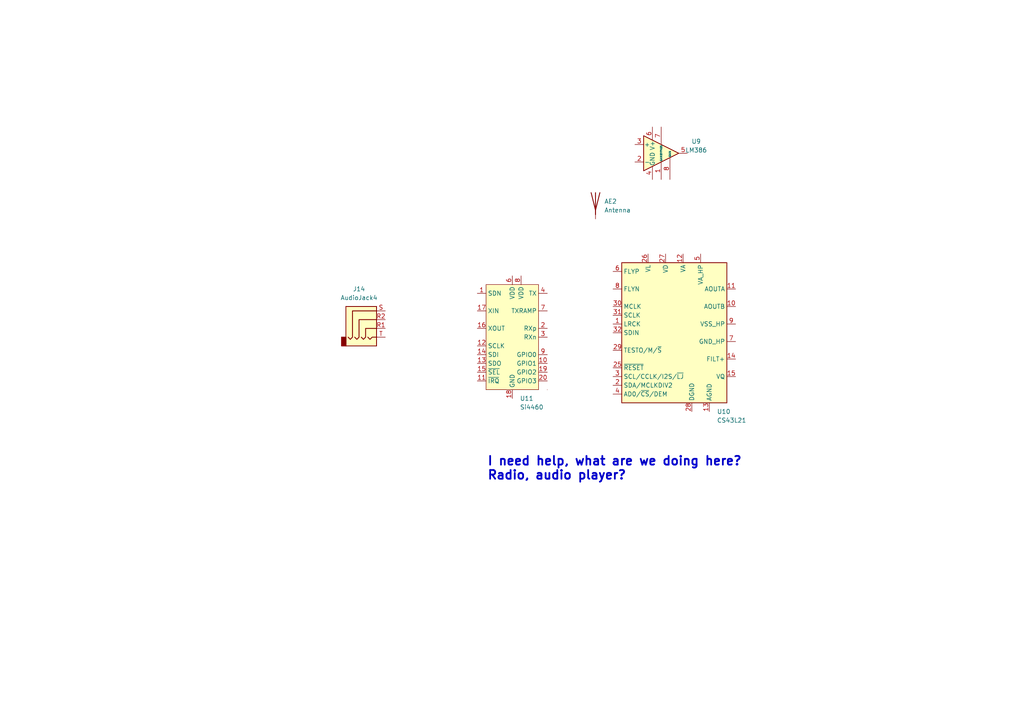
<source format=kicad_sch>
(kicad_sch (version 20231120) (generator "eeschema") (generator_version "8.0")
  (paper "A4")
  (lib_symbols
    (symbol "Amplifier_Audio:LM386" (pin_names (offset 0.127))
      (property "Reference" "U" (at 1.27 7.62 0))
      (property "Value" "LM386" (at 1.27 5.08 0))
      (symbol "LM386_0_1"
        (polyline (pts (xy 5.08 0) (xy -5.08 5.08) (xy -5.08 -5.08) (xy 5.08 0)) (stroke (width 0.254)) (fill (type background)))
      )
      (symbol "LM386_1_1"
        (pin input line (at 0 -7.62 90) (length 5.08) (name "GAIN") (number "1"))
        (pin input line (at -7.62 -2.54 0) (length 2.54) (name "-") (number "2"))
        (pin input line (at -7.62 2.54 0) (length 2.54) (name "+") (number "3"))
        (pin power_in line (at -2.54 -7.62 90) (length 3.81) (name "GND") (number "4"))
        (pin output line (at 7.62 0 180) (length 2.54) (name "~") (number "5"))
        (pin power_in line (at -2.54 7.62 270) (length 3.81) (name "V+") (number "6"))
        (pin input line (at 0 7.62 270) (length 5.08) (name "BYPASS") (number "7"))
        (pin input line (at 2.54 -7.62 90) (length 6.35) (name "GAIN") (number "8"))
      )
    )
    (symbol "Audio:CS43L21"
      (property "Reference" "U" (at 12.7 24.13 0))
      (property "Value" "CS43L21" (at 12.7 21.59 0))
      (symbol "CS43L21_0_1"
        (rectangle (start -15.24 20.32) (end 15.24 -20.32) (stroke (width 0.254)) (fill (type background)))
      )
      (symbol "CS43L21_1_1"
        (pin bidirectional line (at -17.78 2.54 0) (length 2.54) (name "LRCK") (number "1"))
        (pin output line (at 17.78 7.62 180) (length 2.54) (name "AOUTB") (number "10"))
        (pin output line (at 17.78 12.7 180) (length 2.54) (name "AOUTA") (number "11"))
        (pin input line (at 2.54 22.86 270) (length 2.54) (name "VA") (number "12"))
        (pin power_in line (at 10.16 -22.86 90) (length 2.54) (name "AGND") (number "13"))
        (pin output line (at 17.78 -7.62 180) (length 2.54) (name "FILT+") (number "14"))
        (pin output line (at 17.78 -12.7 180) (length 2.54) (name "VQ") (number "15"))
        (pin no_connect line (at -12.7 -20.32 90) (length 2.54) hide (name "NIC") (number "16"))
        (pin no_connect line (at -10.16 -20.32 90) (length 2.54) hide (name "TSTO") (number "17"))
        (pin no_connect line (at -7.62 -20.32 90) (length 2.54) hide (name "TSTO") (number "18"))
        (pin no_connect line (at -5.08 -20.32 90) (length 2.54) hide (name "TSTO") (number "19"))
        (pin bidirectional line (at -17.78 -15.24 0) (length 2.54) (name "SDA/MCLKDIV2") (number "2"))
        (pin no_connect line (at -2.54 -20.32 90) (length 2.54) hide (name "TSTO") (number "20"))
        (pin no_connect line (at 0 -20.32 90) (length 2.54) hide (name "TSTO") (number "21"))
        (pin no_connect line (at 2.54 -20.32 90) (length 2.54) hide (name "TSTO") (number "22"))
        (pin no_connect line (at 7.62 -20.32 90) (length 2.54) hide (name "TSTO") (number "23"))
        (pin no_connect line (at 12.7 -20.32 90) (length 2.54) hide (name "TSTO") (number "24"))
        (pin input line (at -17.78 -10.16 0) (length 2.54) (name "~{RESET}") (number "25"))
        (pin input line (at -7.62 22.86 270) (length 2.54) (name "VL") (number "26"))
        (pin power_in line (at -2.54 22.86 270) (length 2.54) (name "VD") (number "27"))
        (pin power_in line (at 5.08 -22.86 90) (length 2.54) (name "DGND") (number "28"))
        (pin input line (at -17.78 -5.08 0) (length 2.54) (name "TESTO/M/~{S}") (number "29"))
        (pin input line (at -17.78 -12.7 0) (length 2.54) (name "SCL/CCLK/I2S/~{LJ}") (number "3"))
        (pin input line (at -17.78 7.62 0) (length 2.54) (name "MCLK") (number "30"))
        (pin input line (at -17.78 5.08 0) (length 2.54) (name "SCLK") (number "31"))
        (pin input line (at -17.78 0 0) (length 2.54) (name "SDIN") (number "32"))
        (pin passive line (at 10.16 -22.86 90) (length 2.54) hide (name "AGND") (number "33"))
        (pin input line (at -17.78 -17.78 0) (length 2.54) (name "AD0/~{CS}/DEM") (number "4"))
        (pin input line (at 7.62 22.86 270) (length 2.54) (name "VA_HP") (number "5"))
        (pin input line (at -17.78 17.78 0) (length 2.54) (name "FLYP") (number "6"))
        (pin input line (at 17.78 -2.54 180) (length 2.54) (name "GND_HP") (number "7"))
        (pin input line (at -17.78 12.7 0) (length 2.54) (name "FLYN") (number "8"))
        (pin output line (at 17.78 2.54 180) (length 2.54) (name "VSS_HP") (number "9"))
      )
    )
    (symbol "Connector_Audio:AudioJack4"
      (property "Reference" "J" (at 0 8.89 0))
      (property "Value" "AudioJack4" (at 0 6.35 0))
      (symbol "AudioJack4_0_1"
        (rectangle (start -6.35 -5.08) (end -7.62 -7.62) (stroke (width 0.254)) (fill (type outline)))
        (polyline (pts (xy 0 -5.08) (xy 0.635 -5.715) (xy 1.27 -5.08) (xy 2.54 -5.08)) (stroke (width 0.254)))
        (polyline (pts (xy -5.715 -5.08) (xy -5.08 -5.715) (xy -4.445 -5.08) (xy -4.445 2.54) (xy 2.54 2.54)) (stroke (width 0.254)))
        (polyline (pts (xy -1.905 -5.08) (xy -1.27 -5.715) (xy -0.635 -5.08) (xy -0.635 -2.54) (xy 2.54 -2.54)) (stroke (width 0.254)))
        (polyline (pts (xy 2.54 0) (xy -2.54 0) (xy -2.54 -5.08) (xy -3.175 -5.715) (xy -3.81 -5.08)) (stroke (width 0.254)))
        (rectangle (start 2.54 3.81) (end -6.35 -7.62) (stroke (width 0.254)) (fill (type background)))
      )
      (symbol "AudioJack4_1_1"
        (pin passive line (at 5.08 -2.54 180) (length 2.54) (name "~") (number "R1"))
        (pin passive line (at 5.08 0 180) (length 2.54) (name "~") (number "R2"))
        (pin passive line (at 5.08 2.54 180) (length 2.54) (name "~") (number "S"))
        (pin passive line (at 5.08 -5.08 180) (length 2.54) (name "~") (number "T"))
      )
    )
    (symbol "Device:Antenna" (pin_numbers hide) (pin_names (offset 1.016) hide)
      (property "Reference" "AE" (at -1.905 1.905 0))
      (property "Value" "Antenna" (at -1.905 0 0))
      (symbol "Antenna_0_1"
        (polyline (pts (xy 0 2.54) (xy 0 -3.81)) (stroke (width 0.254)))
        (polyline (pts (xy 1.27 2.54) (xy 0 -2.54) (xy -1.27 2.54)) (stroke (width 0.254)))
      )
      (symbol "Antenna_1_1"
        (pin input line (at 0 -5.08 90) (length 2.54) (name "A") (number "1"))
      )
    )
    (symbol "RF:Si4460"
      (property "Reference" "U" (at -6.35 16.51 0))
      (property "Value" "Si4460" (at 6.35 16.51 0))
      (symbol "Si4460_0_1"
        (rectangle (start -7.62 15.24) (end 7.62 -15.24) (fill (type background)))
        (rectangle (start 10.16 -15.24) (end 10.16 -15.24))
      )
      (symbol "Si4460_1_1"
        (pin input line (at -10.16 12.7 0) (length 2.54) (name "SDN") (number "1"))
        (pin bidirectional line (at 10.16 -7.62 180) (length 2.54) (name "GPIO1") (number "10"))
        (pin open_collector line (at -10.16 -12.7 0) (length 2.54) (name "~{IRQ}") (number "11"))
        (pin input line (at -10.16 -2.54 0) (length 2.54) (name "SCLK") (number "12"))
        (pin output line (at -10.16 -7.62 0) (length 2.54) (name "SDO") (number "13"))
        (pin input line (at -10.16 -5.08 0) (length 2.54) (name "SDI") (number "14"))
        (pin input line (at -10.16 -10.16 0) (length 2.54) (name "~{SEL}") (number "15"))
        (pin passive line (at -10.16 2.54 0) (length 2.54) (name "XOUT") (number "16"))
        (pin input line (at -10.16 7.62 0) (length 2.54) (name "XIN") (number "17"))
        (pin power_in line (at 0 -17.78 90) (length 2.54) (name "GND") (number "18"))
        (pin bidirectional line (at 10.16 -10.16 180) (length 2.54) (name "GPIO2") (number "19"))
        (pin input line (at 10.16 2.54 180) (length 2.54) (name "RXp") (number "2"))
        (pin bidirectional line (at 10.16 -12.7 180) (length 2.54) (name "GPIO3") (number "20"))
        (pin passive line (at 0 -17.78 90) (length 2.54) hide (name "GND") (number "21"))
        (pin input line (at 10.16 0 180) (length 2.54) (name "RXn") (number "3"))
        (pin output line (at 10.16 12.7 180) (length 2.54) (name "TX") (number "4"))
        (pin no_connect line (at 7.62 -15.24 180) (length 2.54) hide (name "NC") (number "5"))
        (pin power_in line (at 0 17.78 270) (length 2.54) (name "VDD") (number "6"))
        (pin output line (at 10.16 7.62 180) (length 2.54) (name "TXRAMP") (number "7"))
        (pin power_in line (at 2.54 17.78 270) (length 2.54) (name "VDD") (number "8"))
        (pin bidirectional line (at 10.16 -5.08 180) (length 2.54) (name "GPIO0") (number "9"))
      )
    )
  )
  (text "I need help, what are we doing here?\nRadio, audio player?\n" (at 141.224 139.446 0) (effects (font (size 2.54 2.54) (thickness 0.508) (bold yes)) (justify left bottom)))
  (symbol (lib_id "Device:Antenna") (at 172.72 58.42 0) (unit 1)
    (property "Reference" "AE2" (at 175.26 58.42 0) (effects (justify left)))
    (property "Value" "Antenna" (at 175.26 60.96 0) (effects (justify left)))
    (property "Footprint" "Connector_PinSocket_2.54mm:PinSocket_1x01_P2.54mm_Vertical" (effects (hide yes)))
  )
  (symbol (lib_id "RF:Si4460") (at 148.59 97.79 0) (unit 1)
    (property "Reference" "U11" (at 150.7841 115.57 0) (effects (justify left)))
    (property "Value" "Si4460" (at 150.7841 118.11 0) (effects (justify left)))
    (property "Footprint" "Package_DFN_QFN:QFN-20-1EP_4x4mm_P0.5mm_EP2.5x2.5mm" (effects (hide yes)))
    (property "Datasheet" "https://www.silabs.com/documents/public/data-sheets/Si4464-63-61-60.pdf" (effects (hide yes)))
  )
  (symbol (lib_id "Audio:CS43L21") (at 195.58 96.52 0) (unit 1)
    (property "Reference" "U10" (at 207.9341 119.38 0) (effects (justify left)))
    (property "Value" "CS43L21" (at 207.9341 121.92 0) (effects (justify left)))
    (property "Footprint" "Package_DFN_QFN:QFN-32-1EP_5x5mm_P0.5mm_EP3.45x3.45mm" (effects (hide yes)))
    (property "Datasheet" "https://d3uzseaevmutz1.cloudfront.net/pubs/proDatasheet/CS43L21_F1.pdf" (effects (hide yes)))
    (property "Description" "Low-Power, Stereo Digital-to-Analog Converter, QFN-32" (effects (hide yes)))
  )
  (symbol (lib_id "Connector_Audio:AudioJack4") (at 106.68 92.71 0) (unit 1)
    (property "Reference" "J14" (at 104.14 83.82 0))
    (property "Value" "AudioJack4" (at 104.14 86.36 0))
    (property "Footprint" "Connector_Audio:Jack_3.5mm_KoreanHropartsElec_PJ-320D-4A_Horizontal" (effects (hide yes)))
    (property "Description" "Audio Jack, 4 Poles (TRRS)" (effects (hide yes)))
  )
  (symbol (lib_id "Amplifier_Audio:LM386") (at 191.77 44.45 0) (unit 1)
    (property "Reference" "U9" (at 201.93 41.0211 0))
    (property "Value" "LM386" (at 201.93 43.5611 0))
    (property "Footprint" "Package_SO:SOP-8_3.9x4.9mm_P1.27mm" (effects (hide yes)))
    (property "Datasheet" "http://www.ti.com/lit/ds/symlink/lm386.pdf" (effects (hide yes)))
  )
)
</source>
